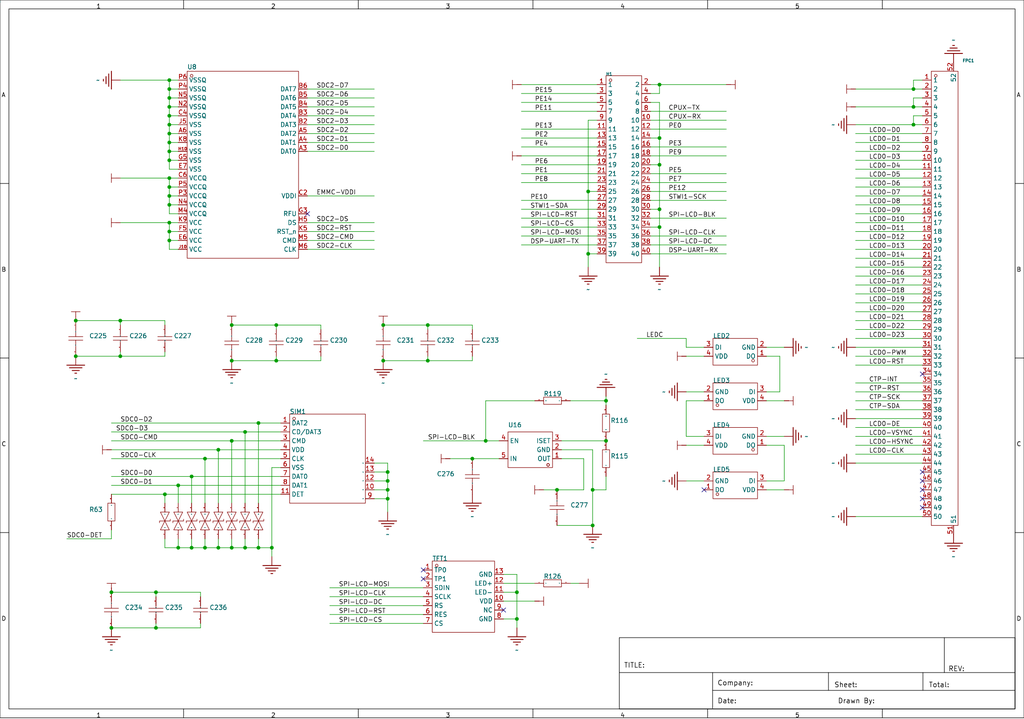
<source format=kicad_sch>
(kicad_sch (version 20231120) (generator "eeschema") (generator_version "8.0")
  (paper "User" 291.846 205.029)
  (junction (at 48.26 55.88))
  (junction (at 48.26 40.64))
  (junction (at 34.29 101.6))
  (junction (at 187.96 46.99))
  (junction (at 58.42 156.21))
  (junction (at 187.96 59.69))
  (junction (at 62.23 156.21))
  (junction (at 31.75 179.07))
  (junction (at 260.35 30.48))
  (junction (at 172.72 114.3))
  (junction (at 66.04 92.71))
  (junction (at 48.26 68.58))
  (junction (at 48.26 30.48))
  (junction (at 54.61 135.89))
  (junction (at 66.04 125.73))
  (junction (at 172.72 125.73))
  (junction (at 73.66 156.21))
  (junction (at 48.26 45.72))
  (junction (at 78.74 102.87))
  (junction (at 121.92 102.87))
  (junction (at 34.29 91.44))
  (junction (at 48.26 33.02))
  (junction (at 69.85 156.21))
  (junction (at 168.91 139.7))
  (junction (at 21.59 101.6))
  (junction (at 48.26 22.86))
  (junction (at 110.49 142.24))
  (junction (at 167.64 54.61))
  (junction (at 138.43 125.73))
  (junction (at 260.35 35.56))
  (junction (at 48.26 25.4))
  (junction (at 158.75 139.7))
  (junction (at 110.49 137.16))
  (junction (at 46.99 140.97))
  (junction (at 77.47 156.21))
  (junction (at 187.96 24.13))
  (junction (at 110.49 134.62))
  (junction (at 48.26 35.56))
  (junction (at 260.35 25.4))
  (junction (at 66.04 156.21))
  (junction (at 168.91 149.86))
  (junction (at 66.04 102.87))
  (junction (at 50.8 156.21))
  (junction (at 147.32 176.53))
  (junction (at 121.92 92.71))
  (junction (at 48.26 38.1))
  (junction (at 54.61 156.21))
  (junction (at 109.22 92.71))
  (junction (at 78.74 92.71))
  (junction (at 187.96 64.77))
  (junction (at 31.75 168.91))
  (junction (at 187.96 39.37))
  (junction (at 50.8 138.43))
  (junction (at 69.85 123.19))
  (junction (at 110.49 139.7))
  (junction (at 62.23 128.27))
  (junction (at 134.62 130.81))
  (junction (at 44.45 168.91))
  (junction (at 48.26 66.04))
  (junction (at 48.26 50.8))
  (junction (at 147.32 168.91))
  (junction (at 167.64 72.39))
  (junction (at 44.45 179.07))
  (junction (at 48.26 43.18))
  (junction (at 58.42 130.81))
  (junction (at 73.66 120.65))
  (junction (at 21.59 91.44))
  (junction (at 48.26 27.94))
  (junction (at 48.26 58.42))
  (junction (at 109.22 102.87))
  (junction (at 48.26 63.5))
  (junction (at 48.26 53.34))
  (no_connect (at 200.66 139.7))
  (no_connect (at 262.89 106.68))
  (no_connect (at 262.89 142.24))
  (no_connect (at 120.65 162.56))
  (no_connect (at 87.63 60.96))
  (no_connect (at 262.89 137.16))
  (no_connect (at 120.65 165.1))
  (no_connect (at 262.89 139.7))
  (no_connect (at 143.51 173.99))
  (no_connect (at 262.89 144.78))
  (no_connect (at 262.89 134.62))
  (wire (pts (xy 46.99 91.44) (xy 46.99 92.71)))
  (wire (pts (xy 87.63 40.64) (xy 106.68 40.64)))
  (wire (pts (xy 134.62 101.6) (xy 134.62 102.87)))
  (wire (pts (xy 148.59 52.07) (xy 170.18 52.07)))
  (wire (pts (xy 87.63 38.1) (xy 106.68 38.1)))
  (wire (pts (xy 80.01 133.35) (xy 77.47 133.35)))
  (wire (pts (xy 262.89 68.58) (xy 243.84 68.58)))
  (wire (pts (xy 262.89 48.26) (xy 243.84 48.26)))
  (wire (pts (xy 262.89 83.82) (xy 243.84 83.82)))
  (wire (pts (xy 262.89 45.72) (xy 243.84 45.72)))
  (wire (pts (xy 48.26 68.58) (xy 50.8 68.58)))
  (wire (pts (xy 165.1 166.37) (xy 162.56 166.37)))
  (wire (pts (xy 46.99 101.6) (xy 34.29 101.6)))
  (wire (pts (xy 170.18 62.23) (xy 148.59 62.23)))
  (wire (pts (xy 80.01 123.19) (xy 69.85 123.19)))
  (wire (pts (xy 148.59 64.77) (xy 170.18 64.77)))
  (wire (pts (xy 172.72 114.3) (xy 172.72 113.03)))
  (wire (pts (xy 110.49 146.05) (xy 110.49 142.24)))
  (wire (pts (xy 48.26 40.64) (xy 48.26 43.18)))
  (wire (pts (xy 48.26 71.12) (xy 50.8 71.12)))
  (wire (pts (xy 170.18 57.15) (xy 148.59 57.15)))
  (wire (pts (xy 69.85 156.21) (xy 73.66 156.21)))
  (wire (pts (xy 121.92 92.71) (xy 109.22 92.71)))
  (wire (pts (xy 167.64 72.39) (xy 170.18 72.39)))
  (wire (pts (xy 262.89 71.12) (xy 243.84 71.12)))
  (wire (pts (xy 66.04 125.73) (xy 80.01 125.73)))
  (wire (pts (xy 166.37 139.7) (xy 158.75 139.7)))
  (wire (pts (xy 80.01 140.97) (xy 46.99 140.97)))
  (wire (pts (xy 167.64 34.29) (xy 170.18 34.29)))
  (wire (pts (xy 148.59 69.85) (xy 170.18 69.85)))
  (wire (pts (xy 185.42 34.29) (xy 207.01 34.29)))
  (wire (pts (xy 143.51 168.91) (xy 147.32 168.91)))
  (wire (pts (xy 207.01 54.61) (xy 185.42 54.61)))
  (wire (pts (xy 91.44 92.71) (xy 91.44 93.98)))
  (wire (pts (xy 73.66 156.21) (xy 77.47 156.21)))
  (wire (pts (xy 262.89 88.9) (xy 243.84 88.9)))
  (wire (pts (xy 48.26 55.88) (xy 48.26 58.42)))
  (wire (pts (xy 120.65 125.73) (xy 138.43 125.73)))
  (wire (pts (xy 50.8 27.94) (xy 48.26 27.94)))
  (wire (pts (xy 187.96 26.67) (xy 187.96 24.13)))
  (wire (pts (xy 54.61 135.89) (xy 54.61 143.51)))
  (wire (pts (xy 260.35 25.4) (xy 243.84 25.4)))
  (wire (pts (xy 138.43 114.3) (xy 138.43 125.73)))
  (wire (pts (xy 44.45 179.07) (xy 44.45 177.8)))
  (wire (pts (xy 121.92 102.87) (xy 109.22 102.87)))
  (wire (pts (xy 200.66 99.06) (xy 195.58 99.06)))
  (wire (pts (xy 110.49 134.62) (xy 110.49 137.16)))
  (wire (pts (xy 148.59 39.37) (xy 170.18 39.37)))
  (wire (pts (xy 185.42 41.91) (xy 207.01 41.91)))
  (wire (pts (xy 195.58 111.76) (xy 200.66 111.76)))
  (wire (pts (xy 262.89 114.3) (xy 243.84 114.3)))
  (wire (pts (xy 66.04 125.73) (xy 66.04 143.51)))
  (wire (pts (xy 34.29 91.44) (xy 21.59 91.44)))
  (wire (pts (xy 121.92 101.6) (xy 121.92 102.87)))
  (wire (pts (xy 57.15 170.18) (xy 57.15 168.91)))
  (wire (pts (xy 262.89 119.38) (xy 243.84 119.38)))
  (wire (pts (xy 48.26 25.4) (xy 48.26 27.94)))
  (wire (pts (xy 58.42 156.21) (xy 58.42 153.67)))
  (wire (pts (xy 78.74 101.6) (xy 78.74 102.87)))
  (wire (pts (xy 168.91 149.86) (xy 158.75 149.86)))
  (wire (pts (xy 110.49 132.08) (xy 110.49 134.62)))
  (wire (pts (xy 170.18 54.61) (xy 167.64 54.61)))
  (wire (pts (xy 120.65 175.26) (xy 93.98 175.26)))
  (wire (pts (xy 31.75 123.19) (xy 69.85 123.19)))
  (wire (pts (xy 106.68 68.58) (xy 87.63 68.58)))
  (wire (pts (xy 50.8 45.72) (xy 48.26 45.72)))
  (wire (pts (xy 185.42 44.45) (xy 207.01 44.45)))
  (wire (pts (xy 185.42 67.31) (xy 207.01 67.31)))
  (wire (pts (xy 185.42 46.99) (xy 187.96 46.99)))
  (wire (pts (xy 262.89 121.92) (xy 243.84 121.92)))
  (wire (pts (xy 148.59 67.31) (xy 170.18 67.31)))
  (wire (pts (xy 222.25 101.6) (xy 222.25 111.76)))
  (wire (pts (xy 223.52 139.7) (xy 218.44 139.7)))
  (wire (pts (xy 78.74 92.71) (xy 78.74 93.98)))
  (wire (pts (xy 106.68 63.5) (xy 87.63 63.5)))
  (wire (pts (xy 48.26 63.5) (xy 34.29 63.5)))
  (wire (pts (xy 262.89 73.66) (xy 243.84 73.66)))
  (wire (pts (xy 262.89 43.18) (xy 243.84 43.18)))
  (wire (pts (xy 262.89 50.8) (xy 243.84 50.8)))
  (wire (pts (xy 262.89 60.96) (xy 243.84 60.96)))
  (wire (pts (xy 170.18 59.69) (xy 148.59 59.69)))
  (wire (pts (xy 167.64 72.39) (xy 167.64 76.2)))
  (wire (pts (xy 34.29 91.44) (xy 34.29 92.71)))
  (wire (pts (xy 106.68 134.62) (xy 110.49 134.62)))
  (wire (pts (xy 143.51 176.53) (xy 147.32 176.53)))
  (wire (pts (xy 87.63 25.4) (xy 106.68 25.4)))
  (wire (pts (xy 262.89 22.86) (xy 260.35 22.86)))
  (wire (pts (xy 46.99 153.67) (xy 46.99 156.21)))
  (wire (pts (xy 187.96 39.37) (xy 187.96 46.99)))
  (wire (pts (xy 48.26 38.1) (xy 50.8 38.1)))
  (wire (pts (xy 167.64 34.29) (xy 167.64 54.61)))
  (wire (pts (xy 48.26 25.4) (xy 50.8 25.4)))
  (wire (pts (xy 106.68 132.08) (xy 110.49 132.08)))
  (wire (pts (xy 148.59 41.91) (xy 170.18 41.91)))
  (wire (pts (xy 160.02 125.73) (xy 172.72 125.73)))
  (wire (pts (xy 110.49 142.24) (xy 106.68 142.24)))
  (wire (pts (xy 185.42 72.39) (xy 207.01 72.39)))
  (wire (pts (xy 262.89 124.46) (xy 243.84 124.46)))
  (wire (pts (xy 223.52 127) (xy 223.52 137.16)))
  (wire (pts (xy 110.49 137.16) (xy 110.49 139.7)))
  (wire (pts (xy 50.8 30.48) (xy 48.26 30.48)))
  (wire (pts (xy 46.99 140.97) (xy 31.75 140.97)))
  (wire (pts (xy 48.26 33.02) (xy 48.26 35.56)))
  (wire (pts (xy 48.26 43.18) (xy 48.26 45.72)))
  (wire (pts (xy 172.72 139.7) (xy 168.91 139.7)))
  (wire (pts (xy 223.52 99.06) (xy 218.44 99.06)))
  (wire (pts (xy 200.66 114.3) (xy 195.58 114.3)))
  (wire (pts (xy 31.75 153.67) (xy 31.75 151.13)))
  (wire (pts (xy 218.44 127) (xy 223.52 127)))
  (wire (pts (xy 134.62 102.87) (xy 121.92 102.87)))
  (wire (pts (xy 195.58 127) (xy 200.66 127)))
  (wire (pts (xy 50.8 138.43) (xy 50.8 143.51)))
  (wire (pts (xy 262.89 129.54) (xy 243.84 129.54)))
  (wire (pts (xy 34.29 91.44) (xy 46.99 91.44)))
  (wire (pts (xy 48.26 22.86) (xy 48.26 25.4)))
  (wire (pts (xy 46.99 100.33) (xy 46.99 101.6)))
  (wire (pts (xy 147.32 168.91) (xy 147.32 176.53)))
  (wire (pts (xy 148.59 36.83) (xy 170.18 36.83)))
  (wire (pts (xy 91.44 101.6) (xy 91.44 102.87)))
  (wire (pts (xy 50.8 138.43) (xy 80.01 138.43)))
  (wire (pts (xy 148.59 46.99) (xy 170.18 46.99)))
  (wire (pts (xy 120.65 170.18) (xy 93.98 170.18)))
  (wire (pts (xy 262.89 25.4) (xy 260.35 25.4)))
  (wire (pts (xy 73.66 120.65) (xy 80.01 120.65)))
  (wire (pts (xy 50.8 33.02) (xy 48.26 33.02)))
  (wire (pts (xy 148.59 29.21) (xy 170.18 29.21)))
  (wire (pts (xy 73.66 156.21) (xy 73.66 153.67)))
  (wire (pts (xy 66.04 156.21) (xy 66.04 153.67)))
  (wire (pts (xy 262.89 104.14) (xy 243.84 104.14)))
  (wire (pts (xy 48.26 40.64) (xy 50.8 40.64)))
  (wire (pts (xy 168.91 139.7) (xy 168.91 128.27)))
  (wire (pts (xy 46.99 140.97) (xy 46.99 143.51)))
  (wire (pts (xy 58.42 156.21) (xy 62.23 156.21)))
  (wire (pts (xy 77.47 156.21) (xy 77.47 158.75)))
  (wire (pts (xy 262.89 66.04) (xy 243.84 66.04)))
  (wire (pts (xy 185.42 39.37) (xy 187.96 39.37)))
  (wire (pts (xy 262.89 55.88) (xy 243.84 55.88)))
  (wire (pts (xy 185.42 49.53) (xy 207.01 49.53)))
  (wire (pts (xy 50.8 43.18) (xy 48.26 43.18)))
  (wire (pts (xy 223.52 137.16) (xy 218.44 137.16)))
  (wire (pts (xy 162.56 114.3) (xy 172.72 114.3)))
  (wire (pts (xy 218.44 111.76) (xy 222.25 111.76)))
  (wire (pts (xy 48.26 63.5) (xy 48.26 66.04)))
  (wire (pts (xy 110.49 142.24) (xy 110.49 139.7)))
  (wire (pts (xy 262.89 111.76) (xy 243.84 111.76)))
  (wire (pts (xy 260.35 22.86) (xy 260.35 25.4)))
  (wire (pts (xy 260.35 30.48) (xy 260.35 27.94)))
  (wire (pts (xy 44.45 179.07) (xy 57.15 179.07)))
  (wire (pts (xy 262.89 116.84) (xy 243.84 116.84)))
  (wire (pts (xy 48.26 55.88) (xy 50.8 55.88)))
  (wire (pts (xy 31.75 179.07) (xy 44.45 179.07)))
  (wire (pts (xy 120.65 177.8) (xy 93.98 177.8)))
  (wire (pts (xy 134.62 92.71) (xy 134.62 93.98)))
  (wire (pts (xy 121.92 92.71) (xy 121.92 93.98)))
  (wire (pts (xy 167.64 54.61) (xy 167.64 72.39)))
  (wire (pts (xy 148.59 24.13) (xy 170.18 24.13)))
  (wire (pts (xy 262.89 30.48) (xy 260.35 30.48)))
  (wire (pts (xy 48.26 58.42) (xy 48.26 60.96)))
  (wire (pts (xy 54.61 153.67) (xy 54.61 156.21)))
  (wire (pts (xy 262.89 91.44) (xy 243.84 91.44)))
  (wire (pts (xy 262.89 132.08) (xy 243.84 132.08)))
  (wire (pts (xy 78.74 92.71) (xy 91.44 92.71)))
  (wire (pts (xy 158.75 139.7) (xy 154.94 139.7)))
  (wire (pts (xy 69.85 143.51) (xy 69.85 123.19)))
  (wire (pts (xy 148.59 49.53) (xy 170.18 49.53)))
  (wire (pts (xy 262.89 40.64) (xy 243.84 40.64)))
  (wire (pts (xy 262.89 109.22) (xy 243.84 109.22)))
  (wire (pts (xy 262.89 78.74) (xy 243.84 78.74)))
  (wire (pts (xy 195.58 96.52) (xy 181.61 96.52)))
  (wire (pts (xy 223.52 114.3) (xy 218.44 114.3)))
  (wire (pts (xy 87.63 33.02) (xy 106.68 33.02)))
  (wire (pts (xy 48.26 50.8) (xy 48.26 53.34)))
  (wire (pts (xy 262.89 53.34) (xy 243.84 53.34)))
  (wire (pts (xy 78.74 92.71) (xy 66.04 92.71)))
  (wire (pts (xy 50.8 63.5) (xy 48.26 63.5)))
  (wire (pts (xy 46.99 156.21) (xy 50.8 156.21)))
  (wire (pts (xy 187.96 59.69) (xy 187.96 64.77)))
  (wire (pts (xy 187.96 29.21) (xy 187.96 39.37)))
  (wire (pts (xy 200.66 124.46) (xy 195.58 124.46)))
  (wire (pts (xy 69.85 156.21) (xy 69.85 153.67)))
  (wire (pts (xy 50.8 153.67) (xy 50.8 156.21)))
  (wire (pts (xy 260.35 33.02) (xy 262.89 33.02)))
  (wire (pts (xy 262.89 147.32) (xy 243.84 147.32)))
  (wire (pts (xy 78.74 102.87) (xy 66.04 102.87)))
  (wire (pts (xy 134.62 130.81) (xy 142.24 130.81)))
  (wire (pts (xy 172.72 115.57) (xy 172.72 114.3)))
  (wire (pts (xy 34.29 100.33) (xy 34.29 101.6)))
  (wire (pts (xy 260.35 30.48) (xy 243.84 30.48)))
  (wire (pts (xy 262.89 93.98) (xy 243.84 93.98)))
  (wire (pts (xy 62.23 128.27) (xy 62.23 143.51)))
  (wire (pts (xy 48.26 22.86) (xy 50.8 22.86)))
  (wire (pts (xy 50.8 50.8) (xy 48.26 50.8)))
  (wire (pts (xy 48.26 45.72) (xy 48.26 48.26)))
  (wire (pts (xy 185.42 64.77) (xy 187.96 64.77)))
  (wire (pts (xy 87.63 43.18) (xy 106.68 43.18)))
  (wire (pts (xy 147.32 163.83) (xy 147.32 168.91)))
  (wire (pts (xy 106.68 55.88) (xy 87.63 55.88)))
  (wire (pts (xy 166.37 130.81) (xy 160.02 130.81)))
  (wire (pts (xy 262.89 58.42) (xy 243.84 58.42)))
  (wire (pts (xy 185.42 24.13) (xy 187.96 24.13)))
  (wire (pts (xy 120.65 167.64) (xy 93.98 167.64)))
  (wire (pts (xy 31.75 168.91) (xy 44.45 168.91)))
  (wire (pts (xy 262.89 99.06) (xy 243.84 99.06)))
  (wire (pts (xy 48.26 53.34) (xy 48.26 55.88)))
  (wire (pts (xy 195.58 124.46) (xy 195.58 114.3)))
  (wire (pts (xy 48.26 35.56) (xy 48.26 38.1)))
  (wire (pts (xy 73.66 120.65) (xy 73.66 143.51)))
  (wire (pts (xy 262.89 81.28) (xy 243.84 81.28)))
  (wire (pts (xy 262.89 27.94) (xy 260.35 27.94)))
  (wire (pts (xy 31.75 120.65) (xy 73.66 120.65)))
  (wire (pts (xy 87.63 35.56) (xy 106.68 35.56)))
  (wire (pts (xy 80.01 128.27) (xy 62.23 128.27)))
  (wire (pts (xy 223.52 124.46) (xy 218.44 124.46)))
  (wire (pts (xy 31.75 128.27) (xy 62.23 128.27)))
  (wire (pts (xy 262.89 38.1) (xy 243.84 38.1)))
  (wire (pts (xy 185.42 31.75) (xy 207.01 31.75)))
  (wire (pts (xy 260.35 33.02) (xy 260.35 35.56)))
  (wire (pts (xy 185.42 36.83) (xy 207.01 36.83)))
  (wire (pts (xy 195.58 99.06) (xy 195.58 96.52)))
  (wire (pts (xy 128.27 130.81) (xy 134.62 130.81)))
  (wire (pts (xy 48.26 60.96) (xy 50.8 60.96)))
  (wire (pts (xy 262.89 86.36) (xy 243.84 86.36)))
  (wire (pts (xy 48.26 50.8) (xy 34.29 50.8)))
  (wire (pts (xy 58.42 130.81) (xy 80.01 130.81)))
  (wire (pts (xy 48.26 53.34) (xy 50.8 53.34)))
  (wire (pts (xy 187.96 46.99) (xy 187.96 59.69)))
  (wire (pts (xy 243.84 35.56) (xy 260.35 35.56)))
  (wire (pts (xy 138.43 114.3) (xy 152.4 114.3)))
  (wire (pts (xy 31.75 138.43) (xy 50.8 138.43)))
  (wire (pts (xy 262.89 63.5) (xy 243.84 63.5)))
  (wire (pts (xy 77.47 133.35) (xy 77.47 156.21)))
  (wire (pts (xy 185.42 26.67) (xy 187.96 26.67)))
  (wire (pts (xy 106.68 71.12) (xy 87.63 71.12)))
  (wire (pts (xy 260.35 35.56) (xy 262.89 35.56)))
  (wire (pts (xy 187.96 59.69) (xy 185.42 59.69)))
  (wire (pts (xy 143.51 163.83) (xy 147.32 163.83)))
  (wire (pts (xy 262.89 101.6) (xy 243.84 101.6)))
  (wire (pts (xy 195.58 137.16) (xy 200.66 137.16)))
  (wire (pts (xy 54.61 135.89) (xy 80.01 135.89)))
  (wire (pts (xy 218.44 101.6) (xy 222.25 101.6)))
  (wire (pts (xy 148.59 31.75) (xy 170.18 31.75)))
  (wire (pts (xy 172.72 135.89) (xy 172.72 139.7)))
  (wire (pts (xy 143.51 171.45) (xy 152.4 171.45)))
  (wire (pts (xy 58.42 130.81) (xy 58.42 143.51)))
  (wire (pts (xy 168.91 128.27) (xy 160.02 128.27)))
  (wire (pts (xy 19.05 153.67) (xy 31.75 153.67)))
  (wire (pts (xy 31.75 130.81) (xy 58.42 130.81)))
  (wire (pts (xy 48.26 30.48) (xy 48.26 33.02)))
  (wire (pts (xy 166.37 139.7) (xy 166.37 130.81)))
  (wire (pts (xy 34.29 101.6) (xy 21.59 101.6)))
  (wire (pts (xy 195.58 101.6) (xy 200.66 101.6)))
  (wire (pts (xy 31.75 135.89) (xy 54.61 135.89)))
  (wire (pts (xy 185.42 69.85) (xy 207.01 69.85)))
  (wire (pts (xy 147.32 176.53) (xy 147.32 179.07)))
  (wire (pts (xy 138.43 125.73) (xy 142.24 125.73)))
  (wire (pts (xy 168.91 139.7) (xy 168.91 149.86)))
  (wire (pts (xy 48.26 58.42) (xy 50.8 58.42)))
  (wire (pts (xy 57.15 168.91) (xy 44.45 168.91)))
  (wire (pts (xy 50.8 35.56) (xy 48.26 35.56)))
  (wire (pts (xy 66.04 156.21) (xy 62.23 156.21)))
  (wire (pts (xy 187.96 24.13) (xy 207.01 24.13)))
  (wire (pts (xy 66.04 156.21) (xy 69.85 156.21)))
  (wire (pts (xy 120.65 172.72) (xy 93.98 172.72)))
  (wire (pts (xy 50.8 48.26) (xy 48.26 48.26)))
  (wire (pts (xy 262.89 96.52) (xy 243.84 96.52)))
  (wire (pts (xy 48.26 66.04) (xy 50.8 66.04)))
  (wire (pts (xy 48.26 66.04) (xy 48.26 68.58)))
  (wire (pts (xy 207.01 62.23) (xy 185.42 62.23)))
  (wire (pts (xy 87.63 30.48) (xy 106.68 30.48)))
  (wire (pts (xy 54.61 156.21) (xy 58.42 156.21)))
  (wire (pts (xy 148.59 44.45) (xy 170.18 44.45)))
  (wire (pts (xy 34.29 22.86) (xy 48.26 22.86)))
  (wire (pts (xy 262.89 127) (xy 243.84 127)))
  (wire (pts (xy 121.92 92.71) (xy 134.62 92.71)))
  (wire (pts (xy 148.59 26.67) (xy 170.18 26.67)))
  (wire (pts (xy 31.75 125.73) (xy 66.04 125.73)))
  (wire (pts (xy 48.26 27.94) (xy 48.26 30.48)))
  (wire (pts (xy 110.49 139.7) (xy 106.68 139.7)))
  (wire (pts (xy 48.26 68.58) (xy 48.26 71.12)))
  (wire (pts (xy 87.63 27.94) (xy 106.68 27.94)))
  (wire (pts (xy 106.68 66.04) (xy 87.63 66.04)))
  (wire (pts (xy 185.42 29.21) (xy 187.96 29.21)))
  (wire (pts (xy 262.89 76.2) (xy 243.84 76.2)))
  (wire (pts (xy 207.01 57.15) (xy 185.42 57.15)))
  (wire (pts (xy 57.15 179.07) (xy 57.15 177.8)))
  (wire (pts (xy 187.96 64.77) (xy 187.96 76.2)))
  (wire (pts (xy 48.26 38.1) (xy 48.26 40.64)))
  (wire (pts (xy 62.23 153.67) (xy 62.23 156.21)))
  (wire (pts (xy 50.8 156.21) (xy 54.61 156.21)))
  (wire (pts (xy 185.42 52.07) (xy 207.01 52.07)))
  (wire (pts (xy 152.4 166.37) (xy 143.51 166.37)))
  (wire (pts (xy 44.45 170.18) (xy 44.45 168.91)))
  (wire (pts (xy 91.44 102.87) (xy 78.74 102.87)))
  (wire (pts (xy 106.68 137.16) (xy 110.49 137.16)))
  (label "SPI-LCD-CS" (at 151.13 64.77 0))
  (label "LCD0-D20" (at 247.65 88.9 0))
  (label "LCD0-CLK" (at 247.65 129.54 0))
  (label "LCD0-D3" (at 247.65 45.72 0))
  (label "LCD0-D8" (at 247.65 58.42 0))
  (label "STWI1-SCK" (at 190.5 57.15 0))
  (label "SDC0-D0" (at 34.29 135.89 0))
  (label "LCD0-D7" (at 247.65 55.88 0))
  (label "SPI-LCD-CS" (at 96.52 177.8 0))
  (label "LCD0-D21" (at 247.65 91.44 0))
  (label "PE5" (at 190.5 49.53 0))
  (label "SDC2-D4" (at 90.17 33.02 0))
  (label "LCD0-D15" (at 247.65 76.2 0))
  (label "EMMC-VDDI" (at 90.17 55.88 0))
  (label "SPI-LCD-CLK" (at 96.52 170.18 0))
  (label "SDC2-D0" (at 90.17 43.18 0))
  (label "PE13" (at 152.4 36.83 0))
  (label "SDC2-CMD" (at 90.17 68.58 0))
  (label "SDC0-CLK" (at 34.29 130.81 0))
  (label "SPI-LCD-CLK" (at 190.5 67.31 0))
  (label "PE12" (at 190.5 54.61 0))
  (label "PE9" (at 190.5 44.45 0))
  (label "SPI-LCD-RST" (at 151.13 62.23 0))
  (label "PE1" (at 152.4 49.53 0))
  (label "LCD0-D23" (at 247.65 96.52 0))
  (label "CTP-SCK" (at 247.65 114.3 0))
  (label "CPUX-TX" (at 190.5 31.75 0))
  (label "LCD0-D11" (at 247.65 66.04 0))
  (label "LCD0-VSYNC" (at 247.65 124.46 0))
  (label "LCD0-D9" (at 247.65 60.96 0))
  (label "PE10" (at 151.13 57.15 0))
  (label "LCD0-D0" (at 247.65 38.1 0))
  (label "SDC0-DET" (at 19.05 153.67 0))
  (label "PE4" (at 152.4 41.91 0))
  (label "CTP-SDA" (at 247.65 116.84 0))
  (label "CTP-INT" (at 247.65 109.22 0))
  (label "LCD0-D5" (at 247.65 50.8 0))
  (label "LCD0-D17" (at 247.65 81.28 0))
  (label "SPI-LCD-BLK" (at 121.92 125.73 0))
  (label "PE11" (at 152.4 31.75 0))
  (label "SDC2-D7" (at 90.17 25.4 0))
  (label "PE8" (at 152.4 52.07 0))
  (label "LCD0-D1" (at 247.65 40.64 0))
  (label "PE14" (at 152.4 29.21 0))
  (label "LCD0-D22" (at 247.65 93.98 0))
  (label "LCD0-D14" (at 247.65 73.66 0))
  (label "LCD0-D2" (at 247.65 43.18 0))
  (label "CTP-RST" (at 247.65 111.76 0))
  (label "LCD0-D18" (at 247.65 83.82 0))
  (label "SPI-LCD-MOSI" (at 151.13 67.31 0))
  (label "PE6" (at 152.4 46.99 0))
  (label "SDC0-D1" (at 34.29 138.43 0))
  (label "SDC0-CMD" (at 34.29 125.73 0))
  (label "SPI-LCD-BLK" (at 190.5 62.23 0))
  (label "SDC2-D2" (at 90.17 38.1 0))
  (label "PE0" (at 190.5 36.83 0))
  (label "SPI-LCD-DC" (at 96.52 172.72 0))
  (label "SPI-LCD-DC" (at 190.5 69.85 0))
  (label "SPI-LCD-MOSI" (at 96.52 167.64 0))
  (label "CPUX-RX" (at 190.5 34.29 0))
  (label "PE15" (at 152.4 26.67 0))
  (label "LCD0-D12" (at 247.65 68.58 0))
  (label "LCD0-RST" (at 247.65 104.14 0))
  (label "LCD0-DE" (at 247.65 121.92 0))
  (label "LCD0-HSYNC" (at 247.65 127 0))
  (label "SDC2-D3" (at 90.17 35.56 0))
  (label "SDC2-RST" (at 90.17 66.04 0))
  (label "LCD0-PWM" (at 247.65 101.6 0))
  (label "DSP-UART-TX" (at 151.13 69.85 0))
  (label "PE3" (at 190.5 41.91 0))
  (label "PE7" (at 190.5 52.07 0))
  (label "LCD0-D6" (at 247.65 53.34 0))
  (label "LCD0-D19" (at 247.65 86.36 0))
  (label "DSP-UART-RX" (at 190.5 72.39 0))
  (label "SDC2-D6" (at 90.17 27.94 0))
  (label "LCD0-D16" (at 247.65 78.74 0))
  (label "SDC2-CLK" (at 90.17 71.12 0))
  (label "SDC2-D5" (at 90.17 30.48 0))
  (label "STWI1-SDA" (at 151.13 59.69 0))
  (label "LCD0-D13" (at 247.65 71.12 0))
  (label "SDC2-DS" (at 90.17 63.5 0))
  (label "SDC0-D2" (at 34.29 120.65 0))
  (label "SDC2-D1" (at 90.17 40.64 0))
  (label "SDC0-D3" (at 33.02 123.19 0))
  (label "SPI-LCD-RST" (at 96.52 175.26 0))
  (label "LEDC" (at 184.15 96.52 0))
  (label "PE2" (at 152.4 39.37 0))
  (label "LCD0-D10" (at 247.65 63.5 0))
  (label "LCD0-D4" (at 247.65 48.26 0))
  (symbol (lib_id "AvaotaA1-easyedapro:Ground-GND") (at 243.84 99.06 270) (unit 1)
    (property "Reference" "#PWR?" (effects (hide yes)))
    (property "Footprint" "AvaotaA1-easyedapro:" (effects (hide yes)))
  )
  (symbol (lib_id "AvaotaA1-easyedapro:Ground-GND") (at 66.04 102.87 0) (unit 1)
    (property "Reference" "#PWR?" (effects (hide yes)))
    (property "Footprint" "AvaotaA1-easyedapro:" (effects (hide yes)))
  )
  (symbol (lib_id "AvaotaA1-easyedapro:GRM033R61A104KE15D") (at 91.44 97.79 90) (unit 1)
    (property "Reference" "C230" (at 93.98 97.79 90) (effects (justify right top)))
    (property "Value" "100nF" (effects (hide yes)))
    (property "Footprint" "AvaotaA1-easyedapro:C0201" (effects (hide yes)))
    (property "Datasheet" "https://atta.szlcsc.com/upload/public/pdf/source/20180307/C76934_15204090982891407723.pdf" (effects (hide yes)))
    (property "Description" "容值:100nF;精度:±10%;额定电压:10V;材质(温度系数):X5R;" (effects (hide yes)))
    (property "Manufacturer Part" "GRM033R61A104KE15D" (effects (hide yes)))
    (property "Manufacturer" "muRata(村田)" (effects (hide yes)))
    (property "Supplier Part" "C76934" (effects (hide yes)))
    (property "Supplier" "LCSC" (effects (hide yes)))
    (property "LCSC Part Name" "100nF ±10% 10V" (effects (hide yes)))
  )
  (symbol (lib_id "AvaotaA1-easyedapro:电阻") (at 157.48 114.3 180) (unit 1)
    (property "Reference" "R119" (at 154.94 113.03 0) (effects (justify right top)))
    (property "Value" "100K" (effects (hide yes)))
    (property "Footprint" "AvaotaA1-easyedapro:R0603" (effects (hide yes)))
  )
  (symbol (lib_id "AvaotaA1-easyedapro:WS2812B-2020") (at 209.55 138.43 0) (mirror x) (unit 1)
    (property "Reference" "LED5" (at 203.2 134.62 0) (effects (justify left top)))
    (property "Footprint" "AvaotaA1-easyedapro:LED-SMD_4P-L2.0-W2.0-TL_WS2812B-2020" (effects (hide yes)))
    (property "Datasheet" "https://atta.szlcsc.com/upload/public/pdf/source/20201203/C965555_5C919C4B6231E6ADE06011FB0D94282B.pdf" (effects (hide yes)))
    (property "Description" "发光颜色:RGB三色;二极管配置:-;透镜颜色:-;主波长:470.4nm；622.5nm；515.6nm;峰值波长:-;色温:-;测试电流:12mA;功率:-;发光角度:-;安装方式:-;工作温度:-;" (effects (hide yes)))
    (property "Manufacturer Part" "WS2812B-2020" (effects (hide yes)))
    (property "Manufacturer" "worldsemi" (effects (hide yes)))
    (property "Supplier Part" "C965555" (effects (hide yes)))
    (property "Supplier" "LCSC" (effects (hide yes)))
    (property "LCSC Part Name" "RGB三色 470.4nm 515.6nm 622.5nm （注意防潮，请查阅规格书中对应具体内容）" (effects (hide yes)))
    (property "NO_CONNECT" "yes" (effects (hide yes)))
  )
  (symbol (lib_name "5-Voltage_12") (lib_id "AvaotaA1-easyedapro:5-Voltage") (at 128.27 130.81 90) (unit 1)
    (property "Reference" "#PWR?" (effects (hide yes)))
    (property "Value" "VCC-3V3" (effects (hide yes)))
    (property "Footprint" "AvaotaA1-easyedapro:" (effects (hide yes)))
    (property "Description" "Power-5V" (effects (hide yes)))
  )
  (symbol (lib_id "AvaotaA1-easyedapro:0402ESDA-05N") (at 58.42 148.59 90) (unit 1)
    (property "Reference" "D19" (effects (hide yes)))
    (property "Footprint" "AvaotaA1-easyedapro:D0402-BI" (effects (hide yes)))
    (property "Datasheet" "https://atta.szlcsc.com/upload/public/pdf/source/20181026/C316051_3197CA7AF3730883CA62970815D4F79F.pdf" (effects (hide yes)))
    (property "Description" "极性:双向;反向截止电压(Vrwm):5V;最大钳位电压:50V;" (effects (hide yes)))
    (property "Manufacturer Part" "0402ESDA-05N" (effects (hide yes)))
    (property "Manufacturer" "BORN(伯恩半导体)" (effects (hide yes)))
    (property "Supplier Part" "C316049" (effects (hide yes)))
    (property "Supplier" "LCSC" (effects (hide yes)))
    (property "LCSC Part Name" "双向ESD" (effects (hide yes)))
  )
  (symbol (lib_id "AvaotaA1-easyedapro:1040310811") (at 93.98 129.54 0) (unit 1)
    (property "Reference" "SIM1" (at 82.55 118.11 0) (effects (justify left bottom)))
    (property "Footprint" "AvaotaA1-easyedapro:SIM-SMD_8P-1040310811" (effects (hide yes)))
    (property "Datasheet" "https://atta.szlcsc.com/upload/public/pdf/source/20201117/C585350_D1F0B30BD23514449186B2E50ACE8BBF.pdf" (effects (hide yes)))
    (property "Description" "卡连接方式:拔插式;卡类型:MicroSD卡(TF卡);连接器类型:卡座;本体最大高度:1.42mm;触头镀层:金;工作温度范围:-;" (effects (hide yes)))
    (property "Manufacturer Part" "1040310811" (effects (hide yes)))
    (property "Manufacturer" "MOLEX" (effects (hide yes)))
    (property "Supplier Part" "C585350" (effects (hide yes)))
    (property "Supplier" "LCSC" (effects (hide yes)))
    (property "LCSC Part Name" "拔插式 MicroSD卡(TF卡) 卡座" (effects (hide yes)))
  )
  (symbol (lib_id "AvaotaA1-easyedapro:Ground-GND") (at 147.32 179.07 0) (unit 1)
    (property "Reference" "#PWR?" (effects (hide yes)))
    (property "Footprint" "AvaotaA1-easyedapro:" (effects (hide yes)))
  )
  (symbol (lib_id "AvaotaA1-easyedapro:电阻") (at 157.48 166.37 0) (unit 1)
    (property "Reference" "R126" (at 154.94 165.1 0) (effects (justify left bottom)))
    (property "Value" "10" (effects (hide yes)))
    (property "Footprint" "AvaotaA1-easyedapro:R0603" (effects (hide yes)))
  )
  (symbol (lib_name "5-Voltage_7") (lib_id "AvaotaA1-easyedapro:5-Voltage") (at 207.01 24.13 270) (unit 1)
    (property "Reference" "#PWR?" (effects (hide yes)))
    (property "Value" "VBUS" (effects (hide yes)))
    (property "Footprint" "AvaotaA1-easyedapro:" (effects (hide yes)))
    (property "Description" "Power-5V" (effects (hide yes)))
  )
  (symbol (lib_name "5-Voltage_4") (lib_id "AvaotaA1-easyedapro:5-Voltage") (at 223.52 114.3 270) (unit 1)
    (property "Reference" "#PWR?" (effects (hide yes)))
    (property "Value" "VBUS" (effects (hide yes)))
    (property "Footprint" "AvaotaA1-easyedapro:" (effects (hide yes)))
    (property "Description" "Power-5V" (effects (hide yes)))
  )
  (symbol (lib_name "5-Voltage_9") (lib_id "AvaotaA1-easyedapro:5-Voltage") (at 148.59 44.45 90) (unit 1)
    (property "Reference" "#PWR?" (effects (hide yes)))
    (property "Value" "VCC-3V3" (effects (hide yes)))
    (property "Footprint" "AvaotaA1-easyedapro:" (effects (hide yes)))
    (property "Description" "Power-5V" (effects (hide yes)))
  )
  (symbol (lib_id "AvaotaA1-easyedapro:Ground-GND") (at 21.59 101.6 0) (unit 1)
    (property "Reference" "#PWR?" (effects (hide yes)))
    (property "Footprint" "AvaotaA1-easyedapro:" (effects (hide yes)))
  )
  (symbol (lib_id "AvaotaA1-easyedapro:Ground-GND") (at 168.91 149.86 0) (unit 1)
    (property "Reference" "#PWR?" (effects (hide yes)))
    (property "Footprint" "AvaotaA1-easyedapro:" (effects (hide yes)))
  )
  (symbol (lib_id "AvaotaA1-easyedapro:Power-VCC") (at 66.04 92.71 0) (unit 1)
    (property "Reference" "#PWR?" (effects (hide yes)))
    (property "Value" "VCC-NAND" (effects (hide yes)))
    (property "Footprint" "AvaotaA1-easyedapro:" (effects (hide yes)))
  )
  (symbol (lib_id "AvaotaA1-easyedapro:Ground-GND") (at 172.72 113.03 180) (unit 1)
    (property "Reference" "#PWR?" (effects (hide yes)))
    (property "Footprint" "AvaotaA1-easyedapro:" (effects (hide yes)))
  )
  (symbol (lib_id "AvaotaA1-easyedapro:GRM033R61A104KE15D") (at 78.74 97.79 90) (unit 1)
    (property "Reference" "C229" (at 81.28 97.79 90) (effects (justify right top)))
    (property "Value" "100nF" (effects (hide yes)))
    (property "Footprint" "AvaotaA1-easyedapro:C0201" (effects (hide yes)))
    (property "Datasheet" "https://atta.szlcsc.com/upload/public/pdf/source/20180307/C76934_15204090982891407723.pdf" (effects (hide yes)))
    (property "Description" "容值:100nF;精度:±10%;额定电压:10V;材质(温度系数):X5R;" (effects (hide yes)))
    (property "Manufacturer Part" "GRM033R61A104KE15D" (effects (hide yes)))
    (property "Manufacturer" "muRata(村田)" (effects (hide yes)))
    (property "Supplier Part" "C76934" (effects (hide yes)))
    (property "Supplier" "LCSC" (effects (hide yes)))
    (property "LCSC Part Name" "100nF ±10% 10V" (effects (hide yes)))
  )
  (symbol (lib_id "AvaotaA1-easyedapro:0402ESDA-05N") (at 66.04 148.59 90) (unit 1)
    (property "Reference" "D21" (effects (hide yes)))
    (property "Footprint" "AvaotaA1-easyedapro:D0402-BI" (effects (hide yes)))
    (property "Datasheet" "https://atta.szlcsc.com/upload/public/pdf/source/20181026/C316051_3197CA7AF3730883CA62970815D4F79F.pdf" (effects (hide yes)))
    (property "Description" "极性:双向;反向截止电压(Vrwm):5V;最大钳位电压:50V;" (effects (hide yes)))
    (property "Manufacturer Part" "0402ESDA-05N" (effects (hide yes)))
    (property "Manufacturer" "BORN(伯恩半导体)" (effects (hide yes)))
    (property "Supplier Part" "C316049" (effects (hide yes)))
    (property "Supplier" "LCSC" (effects (hide yes)))
    (property "LCSC Part Name" "双向ESD" (effects (hide yes)))
  )
  (symbol (lib_id "AvaotaA1-easyedapro:FPC-05FB-50PH20") (at 267.97 85.09 0) (unit 1)
    (property "Reference" "FPC1" (at 274.32 17.78 0) (effects (font (size 0.8382 0.8382)) (justify left bottom)))
    (property "Footprint" "AvaotaA1-easyedapro:FPC-SMD_50P-P0.50_FPC-05FB-50PH20" (effects (hide yes)))
    (property "Manufacturer Part" "FPC-05FB-50PH20" (effects (hide yes)))
    (property "Manufacturer" "XUNPU(讯普)" (effects (hide yes)))
    (property "Supplier Part" "C2856838" (effects (hide yes)))
    (property "Supplier" "LCSC" (effects (hide yes)))
    (property "LCSC Part Name" "50P 0.5mm" (effects (hide yes)))
  )
  (symbol (lib_id "AvaotaA1-easyedapro:0402ESDA-05N") (at 50.8 148.59 90) (unit 1)
    (property "Reference" "D17" (effects (hide yes)))
    (property "Footprint" "AvaotaA1-easyedapro:D0402-BI" (effects (hide yes)))
    (property "Datasheet" "https://atta.szlcsc.com/upload/public/pdf/source/20181026/C316051_3197CA7AF3730883CA62970815D4F79F.pdf" (effects (hide yes)))
    (property "Description" "极性:双向;反向截止电压(Vrwm):5V;最大钳位电压:50V;" (effects (hide yes)))
    (property "Manufacturer Part" "0402ESDA-05N" (effects (hide yes)))
    (property "Manufacturer" "BORN(伯恩半导体)" (effects (hide yes)))
    (property "Supplier Part" "C316049" (effects (hide yes)))
    (property "Supplier" "LCSC" (effects (hide yes)))
    (property "LCSC Part Name" "双向ESD" (effects (hide yes)))
  )
  (symbol (lib_id "AvaotaA1-easyedapro:Ground-GND") (at 243.84 147.32 270) (unit 1)
    (property "Reference" "#PWR?" (effects (hide yes)))
    (property "Footprint" "AvaotaA1-easyedapro:" (effects (hide yes)))
  )
  (symbol (lib_id "AvaotaA1-easyedapro:12251220ANG0S115001") (at 177.8 49.53 0) (unit 1)
    (property "Reference" "H1" (at 172.72 21.59 0) (effects (font (size 0.8382 0.8382)) (justify left bottom)))
    (property "Footprint" "AvaotaA1-easyedapro:HDR-TH_40P-P2.54-V-M-R2-C20-S2.54" (effects (hide yes)))
    (property "Datasheet" "https://atta.szlcsc.com/upload/public/pdf/source/20190920/C429965_BC46B4ED575BB92CEF1C6420E537C4AD.pdf" (effects (hide yes)))
    (property "Description" "插针结构:2x20P;间距:2.54mm;行距:2.54mm;圆针/方针:方针;安装类型:直插;排数:双排;总PIN位数:40P;额定电流:3A;额定电压:-;配合针长度:6mm;塑高:2.5mm;端接针长度:3mm;触头材质:黄铜;触头镀层:-;工作温度范围:-40°C~+105°C;颜色:黑色;" (effects (hide yes)))
    (property "Manufacturer Part" "12251220ANG0S115001" (effects (hide yes)))
    (property "Manufacturer" "JILN(锦凌)" (effects (hide yes)))
    (property "Supplier Part" "C429965" (effects (hide yes)))
    (property "Supplier" "LCSC" (effects (hide yes)))
    (property "LCSC Part Name" "间距:2.54mm 2x20P 直插 方针" (effects (hide yes)))
  )
  (symbol (lib_id "AvaotaA1-easyedapro:Ground-GND") (at 77.47 158.75 0) (unit 1)
    (property "Reference" "#PWR?" (effects (hide yes)))
    (property "Footprint" "AvaotaA1-easyedapro:" (effects (hide yes)))
  )
  (symbol (lib_name "Power-VCC_1") (lib_id "AvaotaA1-easyedapro:Power-VCC") (at 109.22 92.71 0) (unit 1)
    (property "Reference" "#PWR?" (effects (hide yes)))
    (property "Value" "EMMC-VDDI" (effects (hide yes)))
    (property "Footprint" "AvaotaA1-easyedapro:" (effects (hide yes)))
  )
  (symbol (lib_id "AvaotaA1-easyedapro:5-Voltage") (at 31.75 128.27 90) (unit 1)
    (property "Reference" "#PWR?" (effects (hide yes)))
    (property "Value" "VCC-CARD" (effects (hide yes)))
    (property "Footprint" "AvaotaA1-easyedapro:" (effects (hide yes)))
    (property "Description" "Power-5V" (effects (hide yes)))
  )
  (symbol (lib_name "Power-VCC_3") (lib_id "AvaotaA1-easyedapro:Power-VCC") (at 34.29 50.8 90) (unit 1)
    (property "Reference" "#PWR?" (effects (hide yes)))
    (property "Value" "VCC-PC" (effects (hide yes)))
    (property "Footprint" "AvaotaA1-easyedapro:" (effects (hide yes)))
  )
  (symbol (lib_id "AvaotaA1-easyedapro:Ground-GND") (at 167.64 76.2 0) (unit 1)
    (property "Reference" "#PWR?" (effects (hide yes)))
    (property "Footprint" "AvaotaA1-easyedapro:" (effects (hide yes)))
  )
  (symbol (lib_name "Power-VCC_4") (lib_id "AvaotaA1-easyedapro:Power-VCC") (at 21.59 91.44 0) (unit 1)
    (property "Reference" "#PWR?" (effects (hide yes)))
    (property "Value" "VCC-PC" (effects (hide yes)))
    (property "Footprint" "AvaotaA1-easyedapro:" (effects (hide yes)))
  )
  (symbol (lib_id "AvaotaA1-easyedapro:0201X225M6R3NT") (at 134.62 135.89 180) (unit 1)
    (property "Reference" "C276" (at 124.46 135.89 0) (effects (justify right top)))
    (property "Value" "2.2uF" (effects (hide yes)))
    (property "Footprint" "AvaotaA1-easyedapro:C0201" (effects (hide yes)))
    (property "Datasheet" "https://atta.szlcsc.com/upload/public/pdf/source/20180913/C285111_405173511BA094D64E8CAA96F7E40A73.pdf" (effects (hide yes)))
    (property "Description" "容值:2.2uF;精度:±20%;额定电压:6.3V;材质(温度系数):X5R;" (effects (hide yes)))
    (property "Manufacturer Part" "0201X225M6R3NT" (effects (hide yes)))
    (property "Manufacturer" "FH(风华)" (effects (hide yes)))
    (property "Supplier Part" "C285111" (effects (hide yes)))
    (property "Supplier" "LCSC" (effects (hide yes)))
    (property "LCSC Part Name" "2.2uF ±20% 6.3V" (effects (hide yes)))
  )
  (symbol (lib_id "AvaotaA1-easyedapro:Ground-GND") (at 109.22 102.87 0) (unit 1)
    (property "Reference" "#PWR?" (effects (hide yes)))
    (property "Footprint" "AvaotaA1-easyedapro:" (effects (hide yes)))
  )
  (symbol (lib_id "AvaotaA1-easyedapro:0402ESDA-05N") (at 46.99 148.59 270) (unit 1)
    (property "Reference" "D16" (effects (hide yes)))
    (property "Footprint" "AvaotaA1-easyedapro:D0402-BI" (effects (hide yes)))
    (property "Datasheet" "https://atta.szlcsc.com/upload/public/pdf/source/20181026/C316051_3197CA7AF3730883CA62970815D4F79F.pdf" (effects (hide yes)))
    (property "Description" "极性:双向;反向截止电压(Vrwm):5V;最大钳位电压:50V;" (effects (hide yes)))
    (property "Manufacturer Part" "0402ESDA-05N" (effects (hide yes)))
    (property "Manufacturer" "BORN(伯恩半导体)" (effects (hide yes)))
    (property "Supplier Part" "C316049" (effects (hide yes)))
    (property "Supplier" "LCSC" (effects (hide yes)))
    (property "LCSC Part Name" "双向ESD" (effects (hide yes)))
  )
  (symbol (lib_id "AvaotaA1-easyedapro:WS2812B-2020") (at 209.55 125.73 180) (unit 1)
    (property "Reference" "LED4" (at 203.2 121.92 0) (effects (justify right top)))
    (property "Footprint" "AvaotaA1-easyedapro:LED-SMD_4P-L2.0-W2.0-TL_WS2812B-2020" (effects (hide yes)))
    (property "Datasheet" "https://atta.szlcsc.com/upload/public/pdf/source/20201203/C965555_5C919C4B6231E6ADE06011FB0D94282B.pdf" (effects (hide yes)))
    (property "Description" "发光颜色:RGB三色;二极管配置:-;透镜颜色:-;主波长:470.4nm；622.5nm；515.6nm;峰值波长:-;色温:-;测试电流:12mA;功率:-;发光角度:-;安装方式:-;工作温度:-;" (effects (hide yes)))
    (property "Manufacturer Part" "WS2812B-2020" (effects (hide yes)))
    (property "Manufacturer" "worldsemi" (effects (hide yes)))
    (property "Supplier Part" "C965555" (effects (hide yes)))
    (property "Supplier" "LCSC" (effects (hide yes)))
    (property "LCSC Part Name" "RGB三色 470.4nm 515.6nm 622.5nm （注意防潮，请查阅规格书中对应具体内容）" (effects (hide yes)))
  )
  (symbol (lib_id "AvaotaA1-easyedapro:电阻") (at 172.72 130.81 90) (unit 1)
    (property "Reference" "R115" (at 173.99 130.81 90) (effects (justify right top)))
    (property "Value" "6K8" (effects (hide yes)))
    (property "Footprint" "AvaotaA1-easyedapro:R0603" (effects (hide yes)))
  )
  (symbol (lib_id "AvaotaA1-easyedapro:Ground-GND") (at 223.52 124.46 90) (unit 1)
    (property "Reference" "#PWR?" (effects (hide yes)))
    (property "Footprint" "AvaotaA1-easyedapro:" (effects (hide yes)))
  )
  (symbol (lib_name "5-Voltage_2") (lib_id "AvaotaA1-easyedapro:5-Voltage") (at 243.84 25.4 90) (unit 1)
    (property "Reference" "#PWR?" (effects (hide yes)))
    (property "Value" "VBUS" (effects (hide yes)))
    (property "Footprint" "AvaotaA1-easyedapro:" (effects (hide yes)))
    (property "Description" "Power-5V" (effects (hide yes)))
  )
  (symbol (lib_id "AvaotaA1-easyedapro:0402ESDA-05N") (at 73.66 148.59 90) (unit 1)
    (property "Reference" "D23" (effects (hide yes)))
    (property "Footprint" "AvaotaA1-easyedapro:D0402-BI" (effects (hide yes)))
    (property "Datasheet" "https://atta.szlcsc.com/upload/public/pdf/source/20181026/C316051_3197CA7AF3730883CA62970815D4F79F.pdf" (effects (hide yes)))
    (property "Description" "极性:双向;反向截止电压(Vrwm):5V;最大钳位电压:50V;" (effects (hide yes)))
    (property "Manufacturer Part" "0402ESDA-05N" (effects (hide yes)))
    (property "Manufacturer" "BORN(伯恩半导体)" (effects (hide yes)))
    (property "Supplier Part" "C316049" (effects (hide yes)))
    (property "Supplier" "LCSC" (effects (hide yes)))
    (property "LCSC Part Name" "双向ESD" (effects (hide yes)))
  )
  (symbol (lib_id "AvaotaA1-easyedapro:Ground-GND") (at 195.58 111.76 270) (unit 1)
    (property "Reference" "#PWR?" (effects (hide yes)))
    (property "Footprint" "AvaotaA1-easyedapro:" (effects (hide yes)))
  )
  (symbol (lib_id "AvaotaA1-easyedapro:0402ESDA-05N") (at 69.85 148.59 270) (unit 1)
    (property "Reference" "D22" (effects (hide yes)))
    (property "Footprint" "AvaotaA1-easyedapro:D0402-BI" (effects (hide yes)))
    (property "Datasheet" "https://atta.szlcsc.com/upload/public/pdf/source/20181026/C316051_3197CA7AF3730883CA62970815D4F79F.pdf" (effects (hide yes)))
    (property "Description" "极性:双向;反向截止电压(Vrwm):5V;最大钳位电压:50V;" (effects (hide yes)))
    (property "Manufacturer Part" "0402ESDA-05N" (effects (hide yes)))
    (property "Manufacturer" "BORN(伯恩半导体)" (effects (hide yes)))
    (property "Supplier Part" "C316049" (effects (hide yes)))
    (property "Supplier" "LCSC" (effects (hide yes)))
    (property "LCSC Part Name" "双向ESD" (effects (hide yes)))
  )
  (symbol (lib_id "AvaotaA1-easyedapro:0402ESDA-05N") (at 54.61 148.59 270) (unit 1)
    (property "Reference" "D18" (effects (hide yes)))
    (property "Footprint" "AvaotaA1-easyedapro:D0402-BI" (effects (hide yes)))
    (property "Datasheet" "https://atta.szlcsc.com/upload/public/pdf/source/20181026/C316051_3197CA7AF3730883CA62970815D4F79F.pdf" (effects (hide yes)))
    (property "Description" "极性:双向;反向截止电压(Vrwm):5V;最大钳位电压:50V;" (effects (hide yes)))
    (property "Manufacturer Part" "0402ESDA-05N" (effects (hide yes)))
    (property "Manufacturer" "BORN(伯恩半导体)" (effects (hide yes)))
    (property "Supplier Part" "C316049" (effects (hide yes)))
    (property "Supplier" "LCSC" (effects (hide yes)))
    (property "LCSC Part Name" "双向ESD" (effects (hide yes)))
  )
  (symbol (lib_id "AvaotaA1-easyedapro:1.14 IPS DISPLAY ST7789V") (at 132.08 170.18 0) (unit 1)
    (property "Reference" "TFT1" (at 123.19 160.02 0) (effects (justify left bottom)))
    (property "Footprint" "AvaotaA1-easyedapro:TFT_1.14寸_0.7MM-13P" (effects (hide yes)))
  )
  (symbol (lib_name "5-Voltage_13") (lib_id "AvaotaA1-easyedapro:5-Voltage") (at 154.94 139.7 90) (unit 1)
    (property "Reference" "#PWR?" (effects (hide yes)))
    (property "Value" "VCC-3V3-BLK" (effects (hide yes)))
    (property "Footprint" "AvaotaA1-easyedapro:" (effects (hide yes)))
    (property "Description" "Power-5V" (effects (hide yes)))
  )
  (symbol (lib_id "AvaotaA1-easyedapro:Ground-GND") (at 243.84 35.56 270) (unit 1)
    (property "Reference" "#PWR?" (effects (hide yes)))
    (property "Footprint" "AvaotaA1-easyedapro:" (effects (hide yes)))
  )
  (symbol (lib_id "AvaotaA1-easyedapro:Ground-GND") (at 110.49 146.05 0) (unit 1)
    (property "Reference" "#PWR?" (effects (hide yes)))
    (property "Footprint" "AvaotaA1-easyedapro:" (effects (hide yes)))
  )
  (symbol (lib_id "AvaotaA1-easyedapro:Ground-GND") (at 134.62 140.97 0) (unit 1)
    (property "Reference" "#PWR?" (effects (hide yes)))
    (property "Footprint" "AvaotaA1-easyedapro:" (effects (hide yes)))
  )
  (symbol (lib_id "AvaotaA1-easyedapro:0201X225M6R3NT") (at 158.75 144.78 0) (unit 1)
    (property "Reference" "C277" (at 162.56 144.78 0) (effects (justify left bottom)))
    (property "Value" "2.2uF" (effects (hide yes)))
    (property "Footprint" "AvaotaA1-easyedapro:C0201" (effects (hide yes)))
    (property "Datasheet" "https://atta.szlcsc.com/upload/public/pdf/source/20180913/C285111_405173511BA094D64E8CAA96F7E40A73.pdf" (effects (hide yes)))
    (property "Description" "容值:2.2uF;精度:±20%;额定电压:6.3V;材质(温度系数):X5R;" (effects (hide yes)))
    (property "Manufacturer Part" "0201X225M6R3NT" (effects (hide yes)))
    (property "Manufacturer" "FH(风华)" (effects (hide yes)))
    (property "Supplier Part" "C285111" (effects (hide yes)))
    (property "Supplier" "LCSC" (effects (hide yes)))
    (property "LCSC Part Name" "2.2uF ±20% 6.3V" (effects (hide yes)))
  )
  (symbol (lib_id "AvaotaA1-easyedapro:Ground-GND") (at 31.75 179.07 0) (unit 1)
    (property "Reference" "#PWR?" (effects (hide yes)))
    (property "Footprint" "AvaotaA1-easyedapro:" (effects (hide yes)))
  )
  (symbol (lib_id "AvaotaA1-easyedapro:GRM033R61A104KE15D") (at 57.15 173.99 90) (unit 1)
    (property "Reference" "C236" (at 59.69 173.99 90) (effects (justify right top)))
    (property "Value" "100nF" (effects (hide yes)))
    (property "Footprint" "AvaotaA1-easyedapro:C0201" (effects (hide yes)))
    (property "Datasheet" "https://atta.szlcsc.com/upload/public/pdf/source/20180307/C76934_15204090982891407723.pdf" (effects (hide yes)))
    (property "Description" "容值:100nF;精度:±10%;额定电压:10V;材质(温度系数):X5R;" (effects (hide yes)))
    (property "Manufacturer Part" "GRM033R61A104KE15D" (effects (hide yes)))
    (property "Manufacturer" "muRata(村田)" (effects (hide yes)))
    (property "Supplier Part" "C76934" (effects (hide yes)))
    (property "Supplier" "LCSC" (effects (hide yes)))
    (property "LCSC Part Name" "100nF ±10% 10V" (effects (hide yes)))
  )
  (symbol (lib_id "AvaotaA1-easyedapro:Ground-GND") (at 271.78 17.78 180) (unit 1)
    (property "Reference" "#PWR?" (effects (hide yes)))
    (property "Footprint" "AvaotaA1-easyedapro:" (effects (hide yes)))
  )
  (symbol (lib_id "AvaotaA1-easyedapro:Ground-GND") (at 195.58 137.16 270) (unit 1)
    (property "Reference" "#PWR?" (effects (hide yes)))
    (property "Footprint" "AvaotaA1-easyedapro:" (effects (hide yes)))
  )
  (symbol (lib_id "AvaotaA1-easyedapro:0201X225M6R3NT") (at 21.59 96.52 180) (unit 1)
    (property "Reference" "C225" (at 25.4 96.52 0) (effects (justify right top)))
    (property "Value" "2.2uF" (effects (hide yes)))
    (property "Footprint" "AvaotaA1-easyedapro:C0201" (effects (hide yes)))
    (property "Datasheet" "https://atta.szlcsc.com/upload/public/pdf/source/20180913/C285111_405173511BA094D64E8CAA96F7E40A73.pdf" (effects (hide yes)))
    (property "Description" "容值:2.2uF;精度:±20%;额定电压:6.3V;材质(温度系数):X5R;" (effects (hide yes)))
    (property "Manufacturer Part" "0201X225M6R3NT" (effects (hide yes)))
    (property "Manufacturer" "FH(风华)" (effects (hide yes)))
    (property "Supplier Part" "C285111" (effects (hide yes)))
    (property "Supplier" "LCSC" (effects (hide yes)))
    (property "LCSC Part Name" "2.2uF ±20% 6.3V" (effects (hide yes)))
  )
  (symbol (lib_name "5-Voltage_8") (lib_id "AvaotaA1-easyedapro:5-Voltage") (at 148.59 24.13 90) (unit 1)
    (property "Reference" "#PWR?" (effects (hide yes)))
    (property "Value" "VCC-3V3" (effects (hide yes)))
    (property "Footprint" "AvaotaA1-easyedapro:" (effects (hide yes)))
    (property "Description" "Power-5V" (effects (hide yes)))
  )
  (symbol (lib_id "AvaotaA1-easyedapro:GRM033R61A104KE15D") (at 44.45 173.99 90) (unit 1)
    (property "Reference" "C235" (at 46.99 173.99 90) (effects (justify right top)))
    (property "Value" "100nF" (effects (hide yes)))
    (property "Footprint" "AvaotaA1-easyedapro:C0201" (effects (hide yes)))
    (property "Datasheet" "https://atta.szlcsc.com/upload/public/pdf/source/20180307/C76934_15204090982891407723.pdf" (effects (hide yes)))
    (property "Description" "容值:100nF;精度:±10%;额定电压:10V;材质(温度系数):X5R;" (effects (hide yes)))
    (property "Manufacturer Part" "GRM033R61A104KE15D" (effects (hide yes)))
    (property "Manufacturer" "muRata(村田)" (effects (hide yes)))
    (property "Supplier Part" "C76934" (effects (hide yes)))
    (property "Supplier" "LCSC" (effects (hide yes)))
    (property "LCSC Part Name" "100nF ±10% 10V" (effects (hide yes)))
  )
  (symbol (lib_id "AvaotaA1-easyedapro:Sheet_A4") (at 0 0 0) (unit 1)
    (property "Reference" "?" (at 0 0 0))
    (property "Footprint" "AvaotaA1-easyedapro:" (effects (hide yes)))
    (property "@Board Name" "Avaota Pi A" (effects (hide yes)))
    (property "@Create Date" "2024-02-18" (effects (hide yes)))
    (property "@Create Time" "20:15:03" (effects (hide yes)))
    (property "@Page Count" "13" (effects (hide yes)))
    (property "@Page Name" "PERF2" (effects (hide yes)))
    (property "@Page No" "9" (effects (hide yes)))
    (property "@Project Name" "Avaota A1 八核 AIoT 开发板" (effects (hide yes)))
    (property "@Schematic Name" "Avaota Pi A" (effects (hide yes)))
    (property "@Update Date" "2024-06-25" (effects (hide yes)))
    (property "@Update Time" "14:54:30" (effects (hide yes)))
  )
  (symbol (lib_id "AvaotaA1-easyedapro:GRM033R61A104KE15D") (at 134.62 97.79 90) (unit 1)
    (property "Reference" "C233" (at 137.16 97.79 90) (effects (justify right top)))
    (property "Value" "100nF" (effects (hide yes)))
    (property "Footprint" "AvaotaA1-easyedapro:C0201" (effects (hide yes)))
    (property "Datasheet" "https://atta.szlcsc.com/upload/public/pdf/source/20180307/C76934_15204090982891407723.pdf" (effects (hide yes)))
    (property "Description" "容值:100nF;精度:±10%;额定电压:10V;材质(温度系数):X5R;" (effects (hide yes)))
    (property "Manufacturer Part" "GRM033R61A104KE15D" (effects (hide yes)))
    (property "Manufacturer" "muRata(村田)" (effects (hide yes)))
    (property "Supplier Part" "C76934" (effects (hide yes)))
    (property "Supplier" "LCSC" (effects (hide yes)))
    (property "LCSC Part Name" "100nF ±10% 10V" (effects (hide yes)))
  )
  (symbol (lib_id "AvaotaA1-easyedapro:0201X225M6R3NT") (at 109.22 97.79 180) (unit 1)
    (property "Reference" "C231" (at 113.03 97.79 0) (effects (justify right top)))
    (property "Value" "2.2uF" (effects (hide yes)))
    (property "Footprint" "AvaotaA1-easyedapro:C0201" (effects (hide yes)))
    (property "Datasheet" "https://atta.szlcsc.com/upload/public/pdf/source/20180913/C285111_405173511BA094D64E8CAA96F7E40A73.pdf" (effects (hide yes)))
    (property "Description" "容值:2.2uF;精度:±20%;额定电压:6.3V;材质(温度系数):X5R;" (effects (hide yes)))
    (property "Manufacturer Part" "0201X225M6R3NT" (effects (hide yes)))
    (property "Manufacturer" "FH(风华)" (effects (hide yes)))
    (property "Supplier Part" "C285111" (effects (hide yes)))
    (property "Supplier" "LCSC" (effects (hide yes)))
    (property "LCSC Part Name" "2.2uF ±20% 6.3V" (effects (hide yes)))
  )
  (symbol (lib_id "AvaotaA1-easyedapro:EMMC BGA153") (at 68.58 48.26 0) (unit 1)
    (property "Reference" "U8" (at 53.34 19.812 0) (effects (justify left bottom)))
    (property "Footprint" "AvaotaA1-easyedapro:FBGA-153_L13.0-W11.5" (effects (hide yes)))
    (property "Manufacturer Part" "EMMC04G-M627-A01" (effects (hide yes)))
    (property "Manufacturer" "Kingston(金士顿)" (effects (hide yes)))
    (property "Supplier Part" "C577446" (effects (hide yes)))
    (property "Supplier" "LCSC" (effects (hide yes)))
  )
  (symbol (lib_name "5-Voltage_3") (lib_id "AvaotaA1-easyedapro:5-Voltage") (at 195.58 101.6 90) (unit 1)
    (property "Reference" "#PWR?" (effects (hide yes)))
    (property "Value" "VBUS" (effects (hide yes)))
    (property "Footprint" "AvaotaA1-easyedapro:" (effects (hide yes)))
    (property "Description" "Power-5V" (effects (hide yes)))
  )
  (symbol (lib_id "AvaotaA1-easyedapro:GRM033R61A104KE15D") (at 121.92 97.79 90) (unit 1)
    (property "Reference" "C232" (at 124.46 97.79 90) (effects (justify right top)))
    (property "Value" "100nF" (effects (hide yes)))
    (property "Footprint" "AvaotaA1-easyedapro:C0201" (effects (hide yes)))
    (property "Datasheet" "https://atta.szlcsc.com/upload/public/pdf/source/20180307/C76934_15204090982891407723.pdf" (effects (hide yes)))
    (property "Description" "容值:100nF;精度:±10%;额定电压:10V;材质(温度系数):X5R;" (effects (hide yes)))
    (property "Manufacturer Part" "GRM033R61A104KE15D" (effects (hide yes)))
    (property "Manufacturer" "muRata(村田)" (effects (hide yes)))
    (property "Supplier Part" "C76934" (effects (hide yes)))
    (property "Supplier" "LCSC" (effects (hide yes)))
    (property "LCSC Part Name" "100nF ±10% 10V" (effects (hide yes)))
  )
  (symbol (lib_name "Power-VCC_2") (lib_id "AvaotaA1-easyedapro:Power-VCC") (at 31.75 168.91 0) (unit 1)
    (property "Reference" "#PWR?" (effects (hide yes)))
    (property "Value" "VCC-CARD" (effects (hide yes)))
    (property "Footprint" "AvaotaA1-easyedapro:" (effects (hide yes)))
  )
  (symbol (lib_id "AvaotaA1-easyedapro:Ground-GND") (at 187.96 76.2 0) (unit 1)
    (property "Reference" "#PWR?" (effects (hide yes)))
    (property "Footprint" "AvaotaA1-easyedapro:" (effects (hide yes)))
  )
  (symbol (lib_id "AvaotaA1-easyedapro:0201X225M6R3NT") (at 31.75 173.99 180) (unit 1)
    (property "Reference" "C234" (at 35.56 173.99 0) (effects (justify right top)))
    (property "Value" "2.2uF" (effects (hide yes)))
    (property "Footprint" "AvaotaA1-easyedapro:C0201" (effects (hide yes)))
    (property "Datasheet" "https://atta.szlcsc.com/upload/public/pdf/source/20180913/C285111_405173511BA094D64E8CAA96F7E40A73.pdf" (effects (hide yes)))
    (property "Description" "容值:2.2uF;精度:±20%;额定电压:6.3V;材质(温度系数):X5R;" (effects (hide yes)))
    (property "Manufacturer Part" "0201X225M6R3NT" (effects (hide yes)))
    (property "Manufacturer" "FH(风华)" (effects (hide yes)))
    (property "Supplier Part" "C285111" (effects (hide yes)))
    (property "Supplier" "LCSC" (effects (hide yes)))
    (property "LCSC Part Name" "2.2uF ±20% 6.3V" (effects (hide yes)))
  )
  (symbol (lib_id "AvaotaA1-easyedapro:0201X225M6R3NT") (at 66.04 97.79 180) (unit 1)
    (property "Reference" "C228" (at 69.85 97.79 0) (effects (justify right top)))
    (property "Value" "2.2uF" (effects (hide yes)))
    (property "Footprint" "AvaotaA1-easyedapro:C0201" (effects (hide yes)))
    (property "Datasheet" "https://atta.szlcsc.com/upload/public/pdf/source/20180913/C285111_405173511BA094D64E8CAA96F7E40A73.pdf" (effects (hide yes)))
    (property "Description" "容值:2.2uF;精度:±20%;额定电压:6.3V;材质(温度系数):X5R;" (effects (hide yes)))
    (property "Manufacturer Part" "0201X225M6R3NT" (effects (hide yes)))
    (property "Manufacturer" "FH(风华)" (effects (hide yes)))
    (property "Supplier Part" "C285111" (effects (hide yes)))
    (property "Supplier" "LCSC" (effects (hide yes)))
    (property "LCSC Part Name" "2.2uF ±20% 6.3V" (effects (hide yes)))
  )
  (symbol (lib_id "AvaotaA1-easyedapro:Ground-GND") (at 34.29 22.86 270) (unit 1)
    (property "Reference" "#PWR?" (effects (hide yes)))
    (property "Footprint" "AvaotaA1-easyedapro:" (effects (hide yes)))
  )
  (symbol (lib_id "AvaotaA1-easyedapro:WS2812B-2020") (at 209.55 100.33 180) (unit 1)
    (property "Reference" "LED2" (at 203.2 96.52 0) (effects (justify right top)))
    (property "Footprint" "AvaotaA1-easyedapro:LED-SMD_4P-L2.0-W2.0-TL_WS2812B-2020" (effects (hide yes)))
    (property "Datasheet" "https://atta.szlcsc.com/upload/public/pdf/source/20201203/C965555_5C919C4B6231E6ADE06011FB0D94282B.pdf" (effects (hide yes)))
    (property "Description" "发光颜色:RGB三色;二极管配置:-;透镜颜色:-;主波长:470.4nm；622.5nm；515.6nm;峰值波长:-;色温:-;测试电流:12mA;功率:-;发光角度:-;安装方式:-;工作温度:-;" (effects (hide yes)))
    (property "Manufacturer Part" "WS2812B-2020" (effects (hide yes)))
    (property "Manufacturer" "worldsemi" (effects (hide yes)))
    (property "Supplier Part" "C965555" (effects (hide yes)))
    (property "Supplier" "LCSC" (effects (hide yes)))
    (property "LCSC Part Name" "RGB三色 470.4nm 515.6nm 622.5nm （注意防潮，请查阅规格书中对应具体内容）" (effects (hide yes)))
  )
  (symbol (lib_id "AvaotaA1-easyedapro:Ground-GND") (at 243.84 132.08 270) (unit 1)
    (property "Reference" "#PWR?" (effects (hide yes)))
    (property "Footprint" "AvaotaA1-easyedapro:" (effects (hide yes)))
  )
  (symbol (lib_name "5-Voltage_1") (lib_id "AvaotaA1-easyedapro:5-Voltage") (at 243.84 30.48 90) (unit 1)
    (property "Reference" "#PWR?" (effects (hide yes)))
    (property "Value" "VCC-3V3" (effects (hide yes)))
    (property "Footprint" "AvaotaA1-easyedapro:" (effects (hide yes)))
    (property "Description" "Power-5V" (effects (hide yes)))
  )
  (symbol (lib_id "AvaotaA1-easyedapro:电阻") (at 31.75 146.05 90) (unit 1)
    (property "Reference" "R63" (at 25.4 146.05 90) (effects (justify right top)))
    (property "Value" "10K" (effects (hide yes)))
    (property "Footprint" "AvaotaA1-easyedapro:R0603" (effects (hide yes)))
  )
  (symbol (lib_name "5-Voltage_5") (lib_id "AvaotaA1-easyedapro:5-Voltage") (at 195.58 127 90) (unit 1)
    (property "Reference" "#PWR?" (effects (hide yes)))
    (property "Value" "VBUS" (effects (hide yes)))
    (property "Footprint" "AvaotaA1-easyedapro:" (effects (hide yes)))
    (property "Description" "Power-5V" (effects (hide yes)))
  )
  (symbol (lib_name "5-Voltage_10") (lib_id "AvaotaA1-easyedapro:5-Voltage") (at 165.1 166.37 270) (unit 1)
    (property "Reference" "#PWR?" (effects (hide yes)))
    (property "Value" "VCC-3V3-BLK" (effects (hide yes)))
    (property "Footprint" "AvaotaA1-easyedapro:" (effects (hide yes)))
    (property "Description" "Power-5V" (effects (hide yes)))
  )
  (symbol (lib_id "AvaotaA1-easyedapro:WS2812B-2020") (at 209.55 113.03 0) (mirror x) (unit 1)
    (property "Reference" "LED3" (at 203.2 109.22 0) (effects (justify left top)))
    (property "Footprint" "AvaotaA1-easyedapro:LED-SMD_4P-L2.0-W2.0-TL_WS2812B-2020" (effects (hide yes)))
    (property "Datasheet" "https://atta.szlcsc.com/upload/public/pdf/source/20201203/C965555_5C919C4B6231E6ADE06011FB0D94282B.pdf" (effects (hide yes)))
    (property "Description" "发光颜色:RGB三色;二极管配置:-;透镜颜色:-;主波长:470.4nm；622.5nm；515.6nm;峰值波长:-;色温:-;测试电流:12mA;功率:-;发光角度:-;安装方式:-;工作温度:-;" (effects (hide yes)))
    (property "Manufacturer Part" "WS2812B-2020" (effects (hide yes)))
    (property "Manufacturer" "worldsemi" (effects (hide yes)))
    (property "Supplier Part" "C965555" (effects (hide yes)))
    (property "Supplier" "LCSC" (effects (hide yes)))
    (property "LCSC Part Name" "RGB三色 470.4nm 515.6nm 622.5nm （注意防潮，请查阅规格书中对应具体内容）" (effects (hide yes)))
  )
  (symbol (lib_id "AvaotaA1-easyedapro:Power-VCC") (at 34.29 63.5 90) (unit 1)
    (property "Reference" "#PWR?" (effects (hide yes)))
    (property "Value" "VCC-NAND" (effects (hide yes)))
    (property "Footprint" "AvaotaA1-easyedapro:" (effects (hide yes)))
  )
  (symbol (lib_id "AvaotaA1-easyedapro:Ground-GND") (at 243.84 119.38 270) (unit 1)
    (property "Reference" "#PWR?" (effects (hide yes)))
    (property "Footprint" "AvaotaA1-easyedapro:" (effects (hide yes)))
  )
  (symbol (lib_name "5-Voltage_6") (lib_id "AvaotaA1-easyedapro:5-Voltage") (at 223.52 139.7 270) (unit 1)
    (property "Reference" "#PWR?" (effects (hide yes)))
    (property "Value" "VBUS" (effects (hide yes)))
    (property "Footprint" "AvaotaA1-easyedapro:" (effects (hide yes)))
    (property "Description" "Power-5V" (effects (hide yes)))
  )
  (symbol (lib_id "AvaotaA1-easyedapro:Ground-GND") (at 223.52 99.06 90) (unit 1)
    (property "Reference" "#PWR?" (effects (hide yes)))
    (property "Footprint" "AvaotaA1-easyedapro:" (effects (hide yes)))
  )
  (symbol (lib_id "AvaotaA1-easyedapro:Ground-GND") (at 271.78 152.4 0) (unit 1)
    (property "Reference" "#PWR?" (effects (hide yes)))
    (property "Footprint" "AvaotaA1-easyedapro:" (effects (hide yes)))
  )
  (symbol (lib_name "5-Voltage_11") (lib_id "AvaotaA1-easyedapro:5-Voltage") (at 152.4 171.45 270) (unit 1)
    (property "Reference" "#PWR?" (effects (hide yes)))
    (property "Value" "VCC-3V3" (effects (hide yes)))
    (property "Footprint" "AvaotaA1-easyedapro:" (effects (hide yes)))
    (property "Description" "Power-5V" (effects (hide yes)))
  )
  (symbol (lib_id "AvaotaA1-easyedapro:GRM033R61A104KE15D") (at 46.99 96.52 90) (unit 1)
    (property "Reference" "C227" (at 49.53 96.52 90) (effects (justify right top)))
    (property "Value" "100nF" (effects (hide yes)))
    (property "Footprint" "AvaotaA1-easyedapro:C0201" (effects (hide yes)))
    (property "Datasheet" "https://atta.szlcsc.com/upload/public/pdf/source/20180307/C76934_15204090982891407723.pdf" (effects (hide yes)))
    (property "Description" "容值:100nF;精度:±10%;额定电压:10V;材质(温度系数):X5R;" (effects (hide yes)))
    (property "Manufacturer Part" "GRM033R61A104KE15D" (effects (hide yes)))
    (property "Manufacturer" "muRata(村田)" (effects (hide yes)))
    (property "Supplier Part" "C76934" (effects (hide yes)))
    (property "Supplier" "LCSC" (effects (hide yes)))
    (property "LCSC Part Name" "100nF ±10% 10V" (effects (hide yes)))
  )
  (symbol (lib_id "AvaotaA1-easyedapro:SY6280AAC") (at 151.13 128.27 90) (unit 1)
    (property "Reference" "U16" (at 144.78 121.92 90) (effects (justify right top)))
    (property "Footprint" "AvaotaA1-easyedapro:SOT-23-5_L3.0-W1.7-P0.95-LS2.8-BL" (effects (hide yes)))
    (property "Datasheet" "https://atta.szlcsc.com/upload/public/pdf/source/20161108/1478586372822.pdf" (effects (hide yes)))
    (property "Description" "低能耗配电开关" (effects (hide yes)))
    (property "Manufacturer Part" "SY6280AAC" (effects (hide yes)))
    (property "Manufacturer" "silergy(矽力杰)" (effects (hide yes)))
    (property "Supplier Part" "C55136" (effects (hide yes)))
    (property "Supplier" "LCSC" (effects (hide yes)))
    (property "LCSC Part Name" "SY6280AAC" (effects (hide yes)))
  )
  (symbol (lib_id "AvaotaA1-easyedapro:GRM033R61A104KE15D") (at 34.29 96.52 90) (unit 1)
    (property "Reference" "C226" (at 36.83 96.52 90) (effects (justify right top)))
    (property "Value" "100nF" (effects (hide yes)))
    (property "Footprint" "AvaotaA1-easyedapro:C0201" (effects (hide yes)))
    (property "Datasheet" "https://atta.szlcsc.com/upload/public/pdf/source/20180307/C76934_15204090982891407723.pdf" (effects (hide yes)))
    (property "Description" "容值:100nF;精度:±10%;额定电压:10V;材质(温度系数):X5R;" (effects (hide yes)))
    (property "Manufacturer Part" "GRM033R61A104KE15D" (effects (hide yes)))
    (property "Manufacturer" "muRata(村田)" (effects (hide yes)))
    (property "Supplier Part" "C76934" (effects (hide yes)))
    (property "Supplier" "LCSC" (effects (hide yes)))
    (property "LCSC Part Name" "100nF ±10% 10V" (effects (hide yes)))
  )
  (symbol (lib_id "AvaotaA1-easyedapro:0402ESDA-05N") (at 62.23 148.59 270) (unit 1)
    (property "Reference" "D20" (effects (hide yes)))
    (property "Footprint" "AvaotaA1-easyedapro:D0402-BI" (effects (hide yes)))
    (property "Datasheet" "https://atta.szlcsc.com/upload/public/pdf/source/20181026/C316051_3197CA7AF3730883CA62970815D4F79F.pdf" (effects (hide yes)))
    (property "Description" "极性:双向;反向截止电压(Vrwm):5V;最大钳位电压:50V;" (effects (hide yes)))
    (property "Manufacturer Part" "0402ESDA-05N" (effects (hide yes)))
    (property "Manufacturer" "BORN(伯恩半导体)" (effects (hide yes)))
    (property "Supplier Part" "C316049" (effects (hide yes)))
    (property "Supplier" "LCSC" (effects (hide yes)))
    (property "LCSC Part Name" "双向ESD" (effects (hide yes)))
  )
  (symbol (lib_id "AvaotaA1-easyedapro:电阻") (at 172.72 120.65 90) (unit 1)
    (property "Reference" "R116" (at 173.99 120.65 90) (effects (justify right top)))
    (property "Value" "6K8" (effects (hide yes)))
    (property "Footprint" "AvaotaA1-easyedapro:R0603" (effects (hide yes)))
  )
)
</source>
